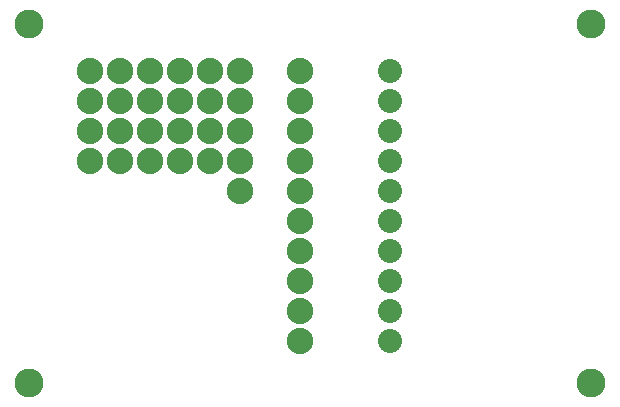
<source format=gts>
G04 MADE WITH FRITZING*
G04 WWW.FRITZING.ORG*
G04 DOUBLE SIDED*
G04 HOLES PLATED*
G04 CONTOUR ON CENTER OF CONTOUR VECTOR*
%ASAXBY*%
%FSLAX23Y23*%
%MOIN*%
%OFA0B0*%
%SFA1.0B1.0*%
%ADD10C,0.080000*%
%ADD11C,0.088000*%
%ADD12C,0.096614*%
%LNMASK1*%
G90*
G70*
G54D10*
X1300Y230D03*
X1300Y330D03*
X1300Y430D03*
X1300Y530D03*
X1300Y630D03*
X1300Y730D03*
X1300Y830D03*
X1300Y930D03*
X1300Y1030D03*
X1300Y1130D03*
G54D11*
X1000Y1130D03*
X1000Y1030D03*
X1000Y930D03*
X1000Y830D03*
X1000Y730D03*
X1000Y630D03*
X1000Y530D03*
X1000Y430D03*
X1000Y330D03*
X1000Y230D03*
X800Y730D03*
G54D12*
X1967Y89D03*
X96Y89D03*
X1967Y1285D03*
X96Y1285D03*
G54D11*
X300Y1130D03*
X400Y1130D03*
X500Y1130D03*
X600Y1130D03*
X700Y1130D03*
X800Y1130D03*
X300Y1030D03*
X400Y1030D03*
X500Y1030D03*
X600Y1030D03*
X700Y1030D03*
X800Y1030D03*
X300Y930D03*
X400Y930D03*
X500Y930D03*
X600Y930D03*
X700Y930D03*
X800Y930D03*
X300Y830D03*
X400Y830D03*
X500Y830D03*
X600Y830D03*
X700Y830D03*
X800Y830D03*
G04 End of Mask1*
M02*
</source>
